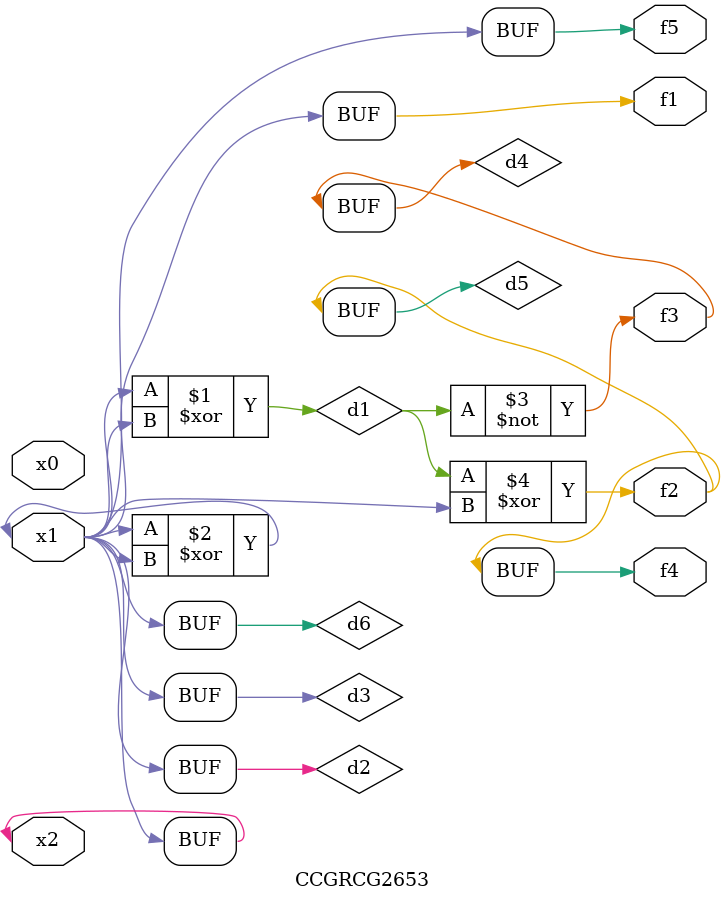
<source format=v>
module CCGRCG2653(
	input x0, x1, x2,
	output f1, f2, f3, f4, f5
);

	wire d1, d2, d3, d4, d5, d6;

	xor (d1, x1, x2);
	buf (d2, x1, x2);
	xor (d3, x1, x2);
	nor (d4, d1);
	xor (d5, d1, d2);
	buf (d6, d2, d3);
	assign f1 = d6;
	assign f2 = d5;
	assign f3 = d4;
	assign f4 = d5;
	assign f5 = d6;
endmodule

</source>
